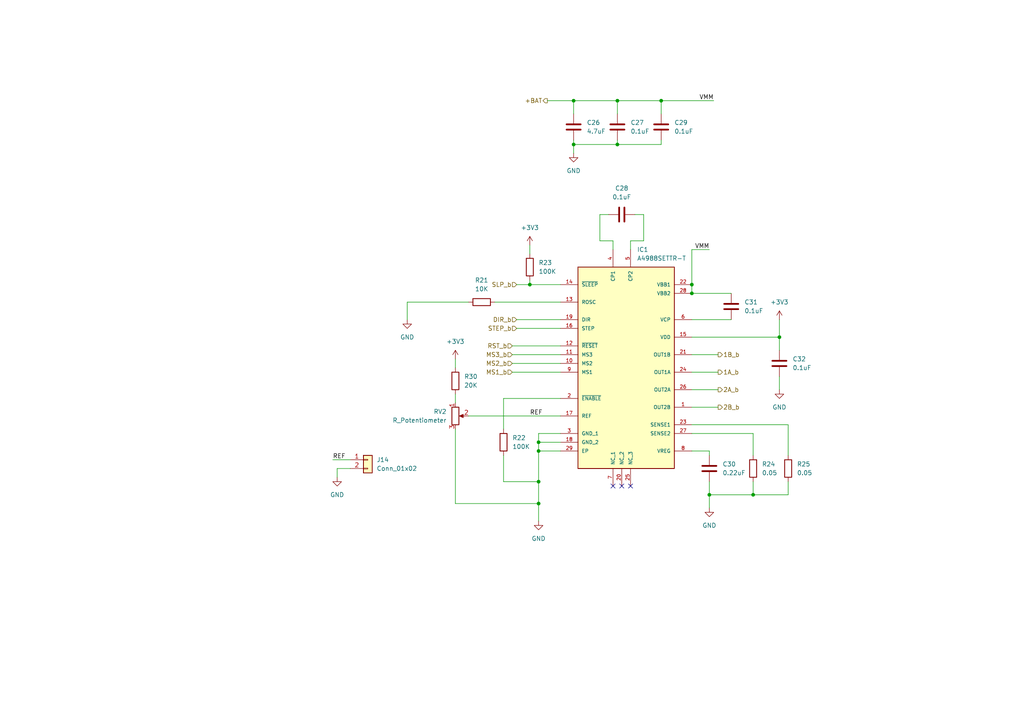
<source format=kicad_sch>
(kicad_sch (version 20211123) (generator eeschema)
  (paper "A4")
  (title_block (title "OceanAI") (date "2022-07-25") (rev "2"))
  (lib_symbols
    (symbol "A4988SETTR-T:A4988SETTR-T" (pin_names (offset 1.016))
      (property "Reference" "IC" (at -16.51 30.48 0))
      (property "Value" "A4988SETTR-T" (at -16.51 -33.02 0))
      (symbol "A4988SETTR-T_0_0"
        (rectangle (start -15.24 -30.48) (end 12.7 27.94) (stroke (width 0.254)) (fill (type background)))
        (pin bidirectional line (at 17.78 -12.7 180) (length 5.08) (name "OUT2B") (number "1"))
        (pin bidirectional line (at -20.32 0 0) (length 5.08) (name "MS2") (number "10"))
        (pin bidirectional line (at -20.32 2.54 0) (length 5.08) (name "MS3") (number "11"))
        (pin bidirectional line (at -20.32 5.08 0) (length 5.08) (name "~{RESET}") (number "12"))
        (pin bidirectional line (at -20.32 17.78 0) (length 5.08) (name "ROSC") (number "13"))
        (pin bidirectional line (at -20.32 22.86 0) (length 5.08) (name "~{SLEEP}") (number "14"))
        (pin bidirectional line (at 17.78 7.62 180) (length 5.08) (name "VDD") (number "15"))
        (pin bidirectional line (at -20.32 10.16 0) (length 5.08) (name "STEP") (number "16"))
        (pin bidirectional line (at -20.32 -15.24 0) (length 5.08) (name "REF") (number "17"))
        (pin bidirectional line (at -20.32 -22.86 0) (length 5.08) (name "GND_2") (number "18"))
        (pin bidirectional line (at -20.32 12.7 0) (length 5.08) (name "DIR") (number "19"))
        (pin bidirectional line (at -20.32 -10.16 0) (length 5.08) (name "~{ENABLE}") (number "2"))
        (pin bidirectional line (at -2.54 -35.56 90) (length 5.08) (name "NC_2") (number "20"))
        (pin bidirectional line (at 17.78 2.54 180) (length 5.08) (name "OUT1B") (number "21"))
        (pin bidirectional line (at 17.78 22.86 180) (length 5.08) (name "VBB1") (number "22"))
        (pin bidirectional line (at 17.78 -17.78 180) (length 5.08) (name "SENSE1") (number "23"))
        (pin bidirectional line (at 17.78 -2.54 180) (length 5.08) (name "OUT1A") (number "24"))
        (pin bidirectional line (at 0 -35.56 90) (length 5.08) (name "NC_3") (number "25"))
        (pin bidirectional line (at 17.78 -7.62 180) (length 5.08) (name "OUT2A") (number "26"))
        (pin bidirectional line (at 17.78 -20.32 180) (length 5.08) (name "SENSE2") (number "27"))
        (pin bidirectional line (at 17.78 20.32 180) (length 5.08) (name "VBB2") (number "28"))
        (pin bidirectional line (at -20.32 -25.4 0) (length 5.08) (name "EP") (number "29"))
        (pin bidirectional line (at -20.32 -20.32 0) (length 5.08) (name "GND_1") (number "3"))
        (pin bidirectional line (at -5.08 33.02 270) (length 5.08) (name "CP1") (number "4"))
        (pin bidirectional line (at 0 33.02 270) (length 5.08) (name "CP2") (number "5"))
        (pin bidirectional line (at 17.78 12.7 180) (length 5.08) (name "VCP") (number "6"))
        (pin bidirectional line (at -5.08 -35.56 90) (length 5.08) (name "NC_1") (number "7"))
        (pin bidirectional line (at 17.78 -25.4 180) (length 5.08) (name "VREG") (number "8"))
        (pin bidirectional line (at -20.32 -2.54 0) (length 5.08) (name "MS1") (number "9"))
      )
    )
    (symbol "Connector_Generic:Conn_01x02" (pin_names (offset 1.016) hide)
      (property "Reference" "J" (at 0 2.54 0))
      (property "Value" "Conn_01x02" (at 0 -5.08 0))
      (symbol "Conn_01x02_1_1"
        (rectangle (start -1.27 -2.413) (end 0 -2.667) (stroke (width 0.1524)))
        (rectangle (start -1.27 0.127) (end 0 -0.127) (stroke (width 0.1524)))
        (rectangle (start -1.27 1.27) (end 1.27 -3.81) (stroke (width 0.254)) (fill (type background)))
        (pin passive line (at -5.08 0 0) (length 3.81) (name "Pin_1") (number "1"))
        (pin passive line (at -5.08 -2.54 0) (length 3.81) (name "Pin_2") (number "2"))
      )
    )
    (symbol "Device:C" (pin_numbers hide) (pin_names (offset 0.254))
      (property "Reference" "C" (at 0.635 2.54 0))
      (property "Value" "C" (at 0.635 -2.54 0))
      (symbol "C_0_1"
        (polyline (pts (xy -2.032 -0.762) (xy 2.032 -0.762)) (stroke (width 0.508)))
        (polyline (pts (xy -2.032 0.762) (xy 2.032 0.762)) (stroke (width 0.508)))
      )
      (symbol "C_1_1"
        (pin passive line (at 0 3.81 270) (length 2.794) (name "~") (number "1"))
        (pin passive line (at 0 -3.81 90) (length 2.794) (name "~") (number "2"))
      )
    )
    (symbol "Device:R" (pin_numbers hide) (pin_names (offset 0))
      (property "Reference" "R" (at 2.032 0 90))
      (property "Value" "R" (at 0 0 90))
      (symbol "R_0_1"
        (rectangle (start -1.016 -2.54) (end 1.016 2.54) (stroke (width 0.254)))
      )
      (symbol "R_1_1"
        (pin passive line (at 0 3.81 270) (length 1.27) (name "~") (number "1"))
        (pin passive line (at 0 -3.81 90) (length 1.27) (name "~") (number "2"))
      )
    )
    (symbol "Device:R_Potentiometer" (pin_names (offset 1.016) hide)
      (property "Reference" "RV" (at -4.445 0 90))
      (property "Value" "R_Potentiometer" (at -2.54 0 90))
      (symbol "R_Potentiometer_0_1"
        (polyline (pts (xy 2.54 0) (xy 1.524 0)))
        (polyline (pts (xy 1.143 0) (xy 2.286 0.508) (xy 2.286 -0.508) (xy 1.143 0)) (fill (type outline)))
        (rectangle (start 1.016 2.54) (end -1.016 -2.54) (stroke (width 0.254)))
      )
      (symbol "R_Potentiometer_1_1"
        (pin passive line (at 0 3.81 270) (length 1.27) (name "1") (number "1"))
        (pin passive line (at 3.81 0 180) (length 1.27) (name "2") (number "2"))
        (pin passive line (at 0 -3.81 90) (length 1.27) (name "3") (number "3"))
      )
    )
    (symbol "power:+3.3V" (power) (pin_names (offset 0))
      (property "Value" "+3.3V" (at 0 3.556 0))
      (symbol "+3.3V_0_1"
        (polyline (pts (xy -0.762 1.27) (xy 0 2.54)))
        (polyline (pts (xy 0 0) (xy 0 2.54)))
        (polyline (pts (xy 0 2.54) (xy 0.762 1.27)))
      )
      (symbol "+3.3V_1_1"
        (pin power_in line (at 0 0 90) (length 0) hide (name "+3V3") (number "1"))
      )
    )
    (symbol "power:GND" (power) (pin_names (offset 0))
      (property "Value" "GND" (at 0 -3.81 0))
      (symbol "GND_0_1"
        (polyline (pts (xy 0 0) (xy 0 -1.27) (xy 1.27 -1.27) (xy 0 -2.54) (xy -1.27 -1.27) (xy 0 -1.27)))
      )
      (symbol "GND_1_1"
        (pin power_in line (at 0 0 270) (length 0) hide (name "GND") (number "1"))
      )
    )
  )
  (junction (at 200.66 85.09))
  (junction (at 156.21 130.81))
  (junction (at 156.21 139.7))
  (junction (at 205.74 143.51))
  (junction (at 179.07 41.91))
  (junction (at 166.37 29.21))
  (junction (at 156.21 146.05))
  (junction (at 200.66 82.55))
  (junction (at 156.21 128.27))
  (junction (at 153.67 82.55))
  (junction (at 179.07 29.21))
  (junction (at 218.44 143.51))
  (junction (at 226.06 97.79))
  (junction (at 191.77 29.21))
  (junction (at 166.37 41.91))
  (no_connect (at 177.8 140.97))
  (no_connect (at 180.34 140.97))
  (no_connect (at 182.88 140.97))
  (wire (pts (xy 153.67 82.55) (xy 153.67 81.28)))
  (wire (pts (xy 156.21 128.27) (xy 162.56 128.27)))
  (wire (pts (xy 200.66 125.73) (xy 218.44 125.73)))
  (wire (pts (xy 166.37 41.91) (xy 166.37 44.45)))
  (wire (pts (xy 149.86 82.55) (xy 153.67 82.55)))
  (wire (pts (xy 118.11 92.71) (xy 118.11 87.63)))
  (wire (pts (xy 148.59 100.33) (xy 162.56 100.33)))
  (wire (pts (xy 177.8 69.85) (xy 173.99 69.85)))
  (wire (pts (xy 200.66 118.11) (xy 208.28 118.11)))
  (wire (pts (xy 218.44 143.51) (xy 205.74 143.51)))
  (wire (pts (xy 118.11 87.63) (xy 135.89 87.63)))
  (wire (pts (xy 156.21 130.81) (xy 162.56 130.81)))
  (wire (pts (xy 156.21 128.27) (xy 156.21 130.81)))
  (wire (pts (xy 200.66 113.03) (xy 208.28 113.03)))
  (wire (pts (xy 218.44 125.73) (xy 218.44 132.08)))
  (wire (pts (xy 97.79 138.43) (xy 97.79 135.89)))
  (wire (pts (xy 153.67 71.12) (xy 153.67 73.66)))
  (wire (pts (xy 166.37 29.21) (xy 166.37 33.02)))
  (wire (pts (xy 132.08 114.3) (xy 132.08 116.84)))
  (wire (pts (xy 156.21 125.73) (xy 156.21 128.27)))
  (wire (pts (xy 226.06 97.79) (xy 200.66 97.79)))
  (wire (pts (xy 182.88 72.39) (xy 182.88 69.85)))
  (wire (pts (xy 146.05 115.57) (xy 146.05 124.46)))
  (wire (pts (xy 148.59 105.41) (xy 162.56 105.41)))
  (wire (pts (xy 156.21 130.81) (xy 156.21 139.7)))
  (wire (pts (xy 166.37 29.21) (xy 179.07 29.21)))
  (wire (pts (xy 158.75 29.21) (xy 166.37 29.21)))
  (wire (pts (xy 162.56 125.73) (xy 156.21 125.73)))
  (wire (pts (xy 179.07 41.91) (xy 191.77 41.91)))
  (wire (pts (xy 228.6 123.19) (xy 228.6 132.08)))
  (wire (pts (xy 200.66 92.71) (xy 212.09 92.71)))
  (wire (pts (xy 96.52 133.35) (xy 101.6 133.35)))
  (wire (pts (xy 200.66 82.55) (xy 200.66 85.09)))
  (wire (pts (xy 200.66 102.87) (xy 208.28 102.87)))
  (wire (pts (xy 200.66 130.81) (xy 205.74 130.81)))
  (wire (pts (xy 156.21 139.7) (xy 156.21 146.05)))
  (wire (pts (xy 149.86 95.25) (xy 162.56 95.25)))
  (wire (pts (xy 166.37 40.64) (xy 166.37 41.91)))
  (wire (pts (xy 177.8 72.39) (xy 177.8 69.85)))
  (wire (pts (xy 148.59 102.87) (xy 162.56 102.87)))
  (wire (pts (xy 179.07 40.64) (xy 179.07 41.91)))
  (wire (pts (xy 200.66 107.95) (xy 208.28 107.95)))
  (wire (pts (xy 191.77 29.21) (xy 207.01 29.21)))
  (wire (pts (xy 191.77 40.64) (xy 191.77 41.91)))
  (wire (pts (xy 179.07 29.21) (xy 191.77 29.21)))
  (wire (pts (xy 205.74 143.51) (xy 205.74 147.32)))
  (wire (pts (xy 226.06 97.79) (xy 226.06 101.6)))
  (wire (pts (xy 135.89 120.65) (xy 162.56 120.65)))
  (wire (pts (xy 146.05 115.57) (xy 162.56 115.57)))
  (wire (pts (xy 146.05 139.7) (xy 156.21 139.7)))
  (wire (pts (xy 200.66 72.39) (xy 205.74 72.39)))
  (wire (pts (xy 186.69 62.23) (xy 184.15 62.23)))
  (wire (pts (xy 226.06 109.22) (xy 226.06 113.03)))
  (wire (pts (xy 179.07 29.21) (xy 179.07 33.02)))
  (wire (pts (xy 173.99 69.85) (xy 173.99 62.23)))
  (wire (pts (xy 218.44 143.51) (xy 228.6 143.51)))
  (wire (pts (xy 132.08 124.46) (xy 132.08 146.05)))
  (wire (pts (xy 205.74 139.7) (xy 205.74 143.51)))
  (wire (pts (xy 143.51 87.63) (xy 162.56 87.63)))
  (wire (pts (xy 226.06 92.71) (xy 226.06 97.79)))
  (wire (pts (xy 132.08 146.05) (xy 156.21 146.05)))
  (wire (pts (xy 162.56 82.55) (xy 153.67 82.55)))
  (wire (pts (xy 166.37 41.91) (xy 179.07 41.91)))
  (wire (pts (xy 156.21 146.05) (xy 156.21 151.13)))
  (wire (pts (xy 173.99 62.23) (xy 176.53 62.23)))
  (wire (pts (xy 218.44 139.7) (xy 218.44 143.51)))
  (wire (pts (xy 200.66 72.39) (xy 200.66 82.55)))
  (wire (pts (xy 228.6 139.7) (xy 228.6 143.51)))
  (wire (pts (xy 97.79 135.89) (xy 101.6 135.89)))
  (wire (pts (xy 205.74 130.81) (xy 205.74 132.08)))
  (wire (pts (xy 186.69 69.85) (xy 186.69 62.23)))
  (wire (pts (xy 191.77 29.21) (xy 191.77 33.02)))
  (wire (pts (xy 182.88 69.85) (xy 186.69 69.85)))
  (wire (pts (xy 132.08 104.14) (xy 132.08 106.68)))
  (wire (pts (xy 148.59 107.95) (xy 162.56 107.95)))
  (wire (pts (xy 200.66 85.09) (xy 212.09 85.09)))
  (wire (pts (xy 149.86 92.71) (xy 162.56 92.71)))
  (wire (pts (xy 200.66 123.19) (xy 228.6 123.19)))
  (wire (pts (xy 146.05 132.08) (xy 146.05 139.7)))
  (label "VMM" (at 205.74 72.39 180))
  (label "REF" (at 96.52 133.35 0))
  (label "REF" (at 153.67 120.65 0))
  (label "VMM" (at 207.01 29.21 180))
  (hierarchical_label "DIR_b" (shape input) (at 149.86 92.71 180))
  (hierarchical_label "MS3_b" (shape input) (at 148.59 102.87 180))
  (hierarchical_label "2B_b" (shape output) (at 208.28 118.11 0))
  (hierarchical_label "MS2_b" (shape input) (at 148.59 105.41 180))
  (hierarchical_label "SLP_b" (shape input) (at 149.86 82.55 180))
  (hierarchical_label "MS1_b" (shape input) (at 148.59 107.95 180))
  (hierarchical_label "+BAT" (shape output) (at 158.75 29.21 180))
  (hierarchical_label "1A_b" (shape output) (at 208.28 107.95 0))
  (hierarchical_label "RST_b" (shape input) (at 148.59 100.33 180))
  (hierarchical_label "2A_b" (shape output) (at 208.28 113.03 0))
  (hierarchical_label "1B_b" (shape output) (at 208.28 102.87 0))
  (hierarchical_label "STEP_b" (shape input) (at 149.86 95.25 180))
  (symbol (lib_id "Device:R") (at 146.05 128.27 0) (unit 1)
    (property "Reference" "R22" (at 148.59 126.9999 0) (effects (justify left)))
    (property "Value" "100K" (at 148.59 129.5399 0) (effects (justify left)))
    (property "Footprint" "Resistor_SMD:R_0603_1608Metric" (effects hide))
  )
  (symbol (lib_id "power:GND") (at 166.37 44.45 0) (unit 1)
    (property "Reference" "#PWR054" (effects hide))
    (property "Value" "GND" (at 166.37 49.53 0))
  )
  (symbol (lib_id "power:+3.3V") (at 226.06 92.71 0) (unit 1)
    (property "Reference" "#PWR056" (effects hide))
    (property "Value" "+3.3V" (at 226.06 87.63 0))
  )
  (symbol (lib_id "Device:R_Potentiometer") (at 132.08 120.65 0) (unit 1)
    (property "Reference" "RV2" (at 129.54 119.3799 0) (effects (justify right)))
    (property "Value" "R_Potentiometer" (at 129.54 121.9199 0) (effects (justify right)))
    (property "Footprint" "35WR10KLFTR:TRIM_35WR10KLFTR" (effects hide))
  )
  (symbol (lib_id "power:+3.3V") (at 153.67 71.12 0) (unit 1)
    (property "Reference" "#PWR052" (effects hide))
    (property "Value" "+3.3V" (at 153.67 66.04 0))
  )
  (symbol (lib_id "Device:R") (at 228.6 135.89 0) (unit 1)
    (property "Reference" "R25" (at 231.14 134.6199 0) (effects (justify left)))
    (property "Value" "0.05" (at 231.14 137.1599 0) (effects (justify left)))
    (property "Footprint" "Resistor_SMD:R_0603_1608Metric" (effects hide))
  )
  (symbol (lib_id "power:+3.3V") (at 132.08 104.14 0) (unit 1)
    (property "Reference" "#PWR0113" (effects hide))
    (property "Value" "+3.3V" (at 132.08 99.06 0))
  )
  (symbol (lib_id "Device:C") (at 226.06 105.41 0) (unit 1)
    (property "Reference" "C32" (at 229.87 104.1399 0) (effects (justify left)))
    (property "Value" "0.1uF" (at 229.87 106.6799 0) (effects (justify left)))
    (property "Footprint" "Capacitor_SMD:C_0603_1608Metric" (effects hide))
  )
  (symbol (lib_id "Device:R") (at 132.08 110.49 0) (unit 1)
    (property "Reference" "R30" (at 134.62 109.2199 0) (effects (justify left)))
    (property "Value" "20K" (at 134.62 111.7599 0) (effects (justify left)))
    (property "Footprint" "Resistor_SMD:R_0603_1608Metric" (effects hide))
  )
  (symbol (lib_id "Device:R") (at 139.7 87.63 90) (unit 1)
    (property "Reference" "R21" (at 139.7 81.28 90))
    (property "Value" "10K" (at 139.7 83.82 90))
    (property "Footprint" "Resistor_SMD:R_0603_1608Metric" (effects hide))
  )
  (symbol (lib_id "Device:C") (at 166.37 36.83 0) (unit 1)
    (property "Reference" "C26" (at 170.18 35.5599 0) (effects (justify left)))
    (property "Value" "4.7uF" (at 170.18 38.0999 0) (effects (justify left)))
    (property "Footprint" "Capacitor_SMD:C_0603_1608Metric" (effects hide))
  )
  (symbol (lib_id "Device:C") (at 205.74 135.89 0) (unit 1)
    (property "Reference" "C30" (at 209.55 134.6199 0) (effects (justify left)))
    (property "Value" "0.22uF" (at 209.55 137.1599 0) (effects (justify left)))
    (property "Footprint" "Capacitor_SMD:C_0603_1608Metric" (effects hide))
  )
  (symbol (lib_id "power:GND") (at 205.74 147.32 0) (unit 1)
    (property "Reference" "#PWR055" (effects hide))
    (property "Value" "GND" (at 205.74 152.4 0))
  )
  (symbol (lib_id "power:GND") (at 118.11 92.71 0) (unit 1)
    (property "Reference" "#PWR051" (effects hide))
    (property "Value" "GND" (at 118.11 97.79 0))
  )
  (symbol (lib_id "Device:R") (at 218.44 135.89 0) (unit 1)
    (property "Reference" "R24" (at 220.98 134.6199 0) (effects (justify left)))
    (property "Value" "0.05" (at 220.98 137.1599 0) (effects (justify left)))
    (property "Footprint" "Resistor_SMD:R_0603_1608Metric" (effects hide))
  )
  (symbol (lib_id "power:GND") (at 156.21 151.13 0) (unit 1)
    (property "Reference" "#PWR053" (effects hide))
    (property "Value" "GND" (at 156.21 156.21 0))
  )
  (symbol (lib_id "Device:C") (at 191.77 36.83 0) (unit 1)
    (property "Reference" "C29" (at 195.58 35.5599 0) (effects (justify left)))
    (property "Value" "0.1uF" (at 195.58 38.0999 0) (effects (justify left)))
    (property "Footprint" "Capacitor_SMD:C_0603_1608Metric" (effects hide))
  )
  (symbol (lib_id "power:GND") (at 97.79 138.43 0) (unit 1)
    (property "Reference" "#PWR0116" (effects hide))
    (property "Value" "GND" (at 97.79 143.51 0))
  )
  (symbol (lib_id "A4988SETTR-T:A4988SETTR-T") (at 182.88 105.41 0) (unit 1)
    (property "Reference" "IC1" (at 184.7597 72.39 0) (effects (justify left)))
    (property "Value" "A4988SETTR-T" (at 184.7597 74.93 0) (effects (justify left)))
    (property "Footprint" "A4988SETTR-T:QFN50P500X500X100-29N" (effects hide))
    (property "MANUFACTURER_PART_NUMBER" "A4988SETTR-T" (effects hide))
    (property "DESCRIPTION" "DMOS Microstepping Driver with Translator  and Overcurrent Protection" (effects hide))
    (property "MANUFACTURER_NAME" "Allegro Microsystems" (effects hide))
    (property "HEIGHT" "1mm" (effects hide))
  )
  (symbol (lib_id "Device:C") (at 180.34 62.23 90) (unit 1)
    (property "Reference" "C28" (at 180.34 54.61 90))
    (property "Value" "0.1uF" (at 180.34 57.15 90))
    (property "Footprint" "Capacitor_SMD:C_0603_1608Metric" (effects hide))
  )
  (symbol (lib_id "Device:C") (at 179.07 36.83 0) (unit 1)
    (property "Reference" "C27" (at 182.88 35.5599 0) (effects (justify left)))
    (property "Value" "0.1uF" (at 182.88 38.0999 0) (effects (justify left)))
    (property "Footprint" "Capacitor_SMD:C_0603_1608Metric" (effects hide))
  )
  (symbol (lib_id "Connector_Generic:Conn_01x02") (at 106.68 133.35 0) (unit 1)
    (property "Reference" "J14" (at 109.22 133.3499 0) (effects (justify left)))
    (property "Value" "Conn_01x02" (at 109.22 135.8899 0) (effects (justify left)))
    (property "Footprint" "Connector_PinHeader_2.54mm:PinHeader_1x02_P2.54mm_Vertical" (effects hide))
  )
  (symbol (lib_id "Device:C") (at 212.09 88.9 0) (unit 1)
    (property "Reference" "C31" (at 215.9 87.6299 0) (effects (justify left)))
    (property "Value" "0.1uF" (at 215.9 90.1699 0) (effects (justify left)))
    (property "Footprint" "Capacitor_SMD:C_0603_1608Metric" (effects hide))
  )
  (symbol (lib_id "power:GND") (at 226.06 113.03 0) (unit 1)
    (property "Reference" "#PWR057" (effects hide))
    (property "Value" "GND" (at 226.06 118.11 0))
  )
  (symbol (lib_id "Device:R") (at 153.67 77.47 0) (unit 1)
    (property "Reference" "R23" (at 156.21 76.1999 0) (effects (justify left)))
    (property "Value" "100K" (at 156.21 78.7399 0) (effects (justify left)))
    (property "Footprint" "Resistor_SMD:R_0603_1608Metric" (effects hide))
  )
)
</source>
